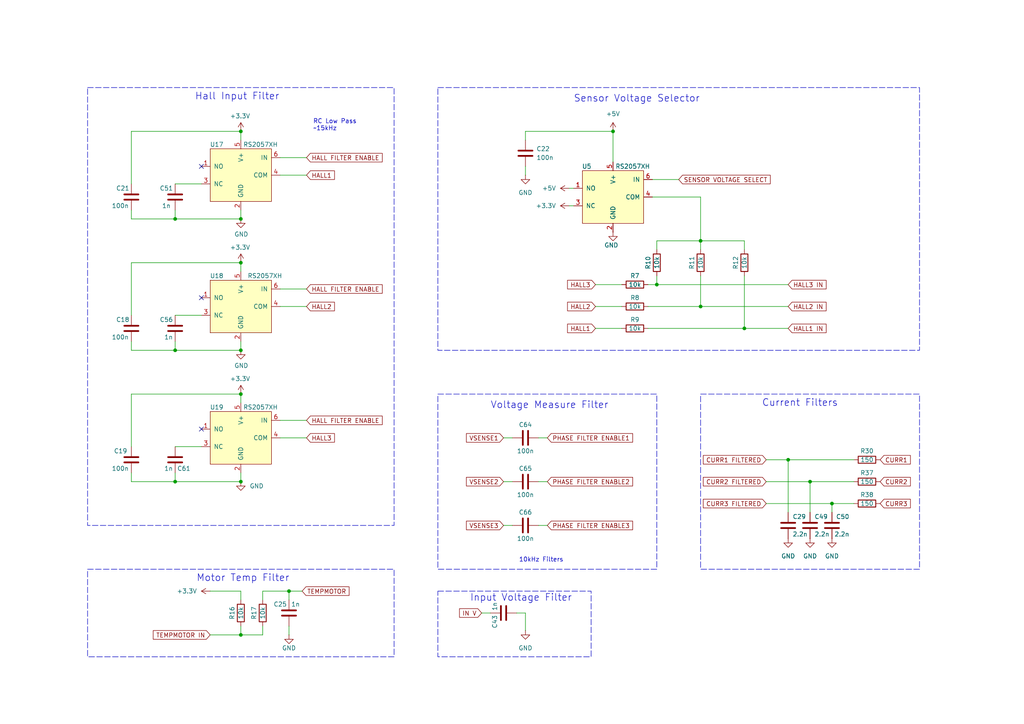
<source format=kicad_sch>
(kicad_sch (version 20231120) (generator "eeschema") (generator_version "8.0")
  (paper "A4")
  (lib_symbols
    (symbol "Device:C" (pin_numbers hide) (pin_names (offset 0.254))
      (property "Reference" "C" (at 0.635 2.54 0))
      (property "Value" "C" (at 0.635 -2.54 0))
      (symbol "C_0_1"
        (polyline (pts (xy -2.032 -0.762) (xy 2.032 -0.762)) (stroke (width 0.508)))
        (polyline (pts (xy -2.032 0.762) (xy 2.032 0.762)) (stroke (width 0.508)))
      )
      (symbol "C_1_1"
        (pin passive line (at 0 3.81 270) (length 2.794) (name "~") (number "1"))
        (pin passive line (at 0 -3.81 90) (length 2.794) (name "~") (number "2"))
      )
    )
    (symbol "Device:R" (pin_numbers hide) (pin_names (offset 0))
      (property "Reference" "R" (at 2.032 0 90))
      (property "Value" "R" (at 0 0 90))
      (symbol "R_0_1"
        (rectangle (start -1.016 -2.54) (end 1.016 2.54) (stroke (width 0.254)))
      )
      (symbol "R_1_1"
        (pin passive line (at 0 3.81 270) (length 1.27) (name "~") (number "1"))
        (pin passive line (at 0 -3.81 90) (length 1.27) (name "~") (number "2"))
      )
    )
    (symbol "GigaVescSymbols:RS2057XH" (pin_names (offset 1.016))
      (property "Reference" "U" (at -8.382 9.144 0))
      (property "Value" "RS2057XH" (at 6.096 8.89 0))
      (symbol "RS2057XH_1_0"
        (rectangle (start -8.89 7.62) (end 8.89 -7.62) (fill (type background)))
      )
      (symbol "RS2057XH_1_1"
        (pin input line (at -11.43 2.54 0) (length 2.54) (name "NO") (number "1"))
        (pin input line (at 0 -10.16 90) (length 2.54) (name "GND") (number "2"))
        (pin input line (at -11.43 -2.54 0) (length 2.54) (name "NC") (number "3"))
        (pin input line (at 11.43 0 180) (length 2.54) (name "COM") (number "4"))
        (pin input line (at 0 10.16 270) (length 2.54) (name "V+") (number "5"))
        (pin input line (at 11.43 5.08 180) (length 2.54) (name "IN") (number "6"))
      )
    )
    (symbol "power:+3.3V" (power) (pin_numbers hide) (pin_names (offset 0) hide)
      (property "Value" "+3.3V" (at 0 3.556 0))
      (symbol "+3.3V_0_1"
        (polyline (pts (xy -0.762 1.27) (xy 0 2.54)))
        (polyline (pts (xy 0 0) (xy 0 2.54)))
        (polyline (pts (xy 0 2.54) (xy 0.762 1.27)))
      )
      (symbol "+3.3V_1_1"
        (pin power_in line (at 0 0 90) (length 0) (name "~") (number "1"))
      )
    )
    (symbol "power:+5V" (power) (pin_numbers hide) (pin_names (offset 0) hide)
      (property "Value" "+5V" (at 0 3.556 0))
      (symbol "+5V_0_1"
        (polyline (pts (xy -0.762 1.27) (xy 0 2.54)))
        (polyline (pts (xy 0 0) (xy 0 2.54)))
        (polyline (pts (xy 0 2.54) (xy 0.762 1.27)))
      )
      (symbol "+5V_1_1"
        (pin power_in line (at 0 0 90) (length 0) (name "~") (number "1"))
      )
    )
    (symbol "power:GND" (power) (pin_numbers hide) (pin_names (offset 0) hide)
      (property "Value" "GND" (at 0 -3.81 0))
      (symbol "GND_0_1"
        (polyline (pts (xy 0 0) (xy 0 -1.27) (xy 1.27 -1.27) (xy 0 -2.54) (xy -1.27 -1.27) (xy 0 -1.27)))
      )
      (symbol "GND_1_1"
        (pin power_in line (at 0 0 270) (length 0) (name "~") (number "1"))
      )
    )
  )
  (junction (at 50.8 139.7))
  (junction (at 228.6 133.35))
  (junction (at 83.82 171.45))
  (junction (at 215.9 95.25))
  (junction (at 241.3 146.05))
  (junction (at 50.8 63.5))
  (junction (at 203.2 88.9))
  (junction (at 69.85 184.15))
  (junction (at 69.85 38.1))
  (junction (at 69.85 76.2))
  (junction (at 50.8 101.6))
  (junction (at 234.95 139.7))
  (junction (at 177.8 38.1))
  (junction (at 69.85 101.6))
  (junction (at 69.85 114.3))
  (junction (at 190.5 82.55))
  (junction (at 203.2 69.85))
  (junction (at 69.85 139.7))
  (junction (at 69.85 63.5))
  (no_connect (at 58.42 124.46))
  (no_connect (at 58.42 48.26))
  (no_connect (at 58.42 86.36))
  (wire (pts (xy 88.9 50.8) (xy 81.28 50.8)))
  (wire (pts (xy 69.85 76.2) (xy 69.85 78.74)))
  (wire (pts (xy 187.96 88.9) (xy 203.2 88.9)))
  (wire (pts (xy 76.2 171.45) (xy 76.2 173.99)))
  (wire (pts (xy 189.23 52.07) (xy 196.85 52.07)))
  (wire (pts (xy 190.5 82.55) (xy 228.6 82.55)))
  (wire (pts (xy 38.1 99.06) (xy 38.1 101.6)))
  (wire (pts (xy 69.85 184.15) (xy 76.2 184.15)))
  (wire (pts (xy 69.85 171.45) (xy 69.85 173.99)))
  (wire (pts (xy 152.4 48.26) (xy 152.4 50.8)))
  (wire (pts (xy 172.72 95.25) (xy 180.34 95.25)))
  (wire (pts (xy 203.2 88.9) (xy 228.6 88.9)))
  (wire (pts (xy 222.25 139.7) (xy 234.95 139.7)))
  (wire (pts (xy 203.2 69.85) (xy 215.9 69.85)))
  (wire (pts (xy 38.1 76.2) (xy 69.85 76.2)))
  (wire (pts (xy 81.28 121.92) (xy 88.9 121.92)))
  (wire (pts (xy 60.96 171.45) (xy 69.85 171.45)))
  (wire (pts (xy 187.96 82.55) (xy 190.5 82.55)))
  (wire (pts (xy 215.9 95.25) (xy 228.6 95.25)))
  (wire (pts (xy 50.8 101.6) (xy 69.85 101.6)))
  (wire (pts (xy 60.96 184.15) (xy 69.85 184.15)))
  (wire (pts (xy 69.85 63.5) (xy 69.85 60.96)))
  (wire (pts (xy 50.8 60.96) (xy 50.8 63.5)))
  (wire (pts (xy 190.5 80.01) (xy 190.5 82.55)))
  (wire (pts (xy 50.8 63.5) (xy 69.85 63.5)))
  (wire (pts (xy 88.9 45.72) (xy 81.28 45.72)))
  (wire (pts (xy 69.85 40.64) (xy 69.85 38.1)))
  (wire (pts (xy 187.96 95.25) (xy 215.9 95.25)))
  (wire (pts (xy 50.8 137.16) (xy 50.8 139.7)))
  (wire (pts (xy 222.25 146.05) (xy 241.3 146.05)))
  (wire (pts (xy 146.05 127) (xy 148.59 127)))
  (wire (pts (xy 81.28 88.9) (xy 88.9 88.9)))
  (wire (pts (xy 152.4 38.1) (xy 177.8 38.1)))
  (wire (pts (xy 158.75 139.7) (xy 156.21 139.7)))
  (wire (pts (xy 83.82 171.45) (xy 87.63 171.45)))
  (wire (pts (xy 38.1 129.54) (xy 38.1 114.3)))
  (wire (pts (xy 38.1 101.6) (xy 50.8 101.6)))
  (wire (pts (xy 38.1 139.7) (xy 50.8 139.7)))
  (wire (pts (xy 38.1 38.1) (xy 69.85 38.1)))
  (wire (pts (xy 241.3 146.05) (xy 247.65 146.05)))
  (wire (pts (xy 165.1 59.69) (xy 166.37 59.69)))
  (wire (pts (xy 50.8 129.54) (xy 58.42 129.54)))
  (wire (pts (xy 81.28 83.82) (xy 88.9 83.82)))
  (wire (pts (xy 76.2 171.45) (xy 83.82 171.45)))
  (wire (pts (xy 177.8 38.1) (xy 177.8 46.99)))
  (wire (pts (xy 81.28 127) (xy 88.9 127)))
  (wire (pts (xy 38.1 63.5) (xy 50.8 63.5)))
  (wire (pts (xy 69.85 181.61) (xy 69.85 184.15)))
  (wire (pts (xy 76.2 184.15) (xy 76.2 181.61)))
  (wire (pts (xy 189.23 57.15) (xy 203.2 57.15)))
  (wire (pts (xy 83.82 173.99) (xy 83.82 171.45)))
  (wire (pts (xy 190.5 69.85) (xy 203.2 69.85)))
  (wire (pts (xy 152.4 40.64) (xy 152.4 38.1)))
  (wire (pts (xy 38.1 91.44) (xy 38.1 76.2)))
  (wire (pts (xy 165.1 54.61) (xy 166.37 54.61)))
  (wire (pts (xy 215.9 80.01) (xy 215.9 95.25)))
  (wire (pts (xy 234.95 139.7) (xy 247.65 139.7)))
  (wire (pts (xy 203.2 57.15) (xy 203.2 69.85)))
  (wire (pts (xy 172.72 82.55) (xy 180.34 82.55)))
  (wire (pts (xy 146.05 139.7) (xy 148.59 139.7)))
  (wire (pts (xy 38.1 114.3) (xy 69.85 114.3)))
  (wire (pts (xy 241.3 148.59) (xy 241.3 146.05)))
  (wire (pts (xy 50.8 91.44) (xy 58.42 91.44)))
  (wire (pts (xy 152.4 177.8) (xy 149.86 177.8)))
  (wire (pts (xy 203.2 80.01) (xy 203.2 88.9)))
  (wire (pts (xy 50.8 139.7) (xy 69.85 139.7)))
  (wire (pts (xy 38.1 137.16) (xy 38.1 139.7)))
  (wire (pts (xy 152.4 182.88) (xy 152.4 177.8)))
  (wire (pts (xy 38.1 60.96) (xy 38.1 63.5)))
  (wire (pts (xy 69.85 114.3) (xy 69.85 116.84)))
  (wire (pts (xy 69.85 139.7) (xy 69.85 137.16)))
  (wire (pts (xy 50.8 53.34) (xy 58.42 53.34)))
  (wire (pts (xy 146.05 152.4) (xy 148.59 152.4)))
  (wire (pts (xy 158.75 152.4) (xy 156.21 152.4)))
  (wire (pts (xy 50.8 99.06) (xy 50.8 101.6)))
  (wire (pts (xy 234.95 148.59) (xy 234.95 139.7)))
  (wire (pts (xy 158.75 127) (xy 156.21 127)))
  (wire (pts (xy 69.85 99.06) (xy 69.85 101.6)))
  (wire (pts (xy 228.6 133.35) (xy 228.6 148.59)))
  (wire (pts (xy 247.65 133.35) (xy 228.6 133.35)))
  (wire (pts (xy 215.9 69.85) (xy 215.9 72.39)))
  (wire (pts (xy 190.5 69.85) (xy 190.5 72.39)))
  (wire (pts (xy 222.25 133.35) (xy 228.6 133.35)))
  (wire (pts (xy 172.72 88.9) (xy 180.34 88.9)))
  (wire (pts (xy 83.82 184.15) (xy 83.82 181.61)))
  (wire (pts (xy 139.7 177.8) (xy 142.24 177.8)))
  (wire (pts (xy 203.2 69.85) (xy 203.2 72.39)))
  (wire (pts (xy 38.1 53.34) (xy 38.1 38.1)))
  (rectangle (start 25.4 165.1) (end 114.3 190.5) (stroke (width 0) (type dash)))
  (rectangle (start 127 171.45) (end 171.45 190.5) (stroke (width 0) (type dash)))
  (rectangle (start 127 25.4) (end 266.7 101.6) (stroke (width 0) (type dash)))
  (rectangle (start 127 114.3) (end 190.5 165.1) (stroke (width 0) (type dash)))
  (rectangle (start 25.4 25.4) (end 114.3 152.4) (stroke (width 0) (type dash)))
  (rectangle (start 203.2 114.3) (end 266.7 165.1) (stroke (width 0) (type dash)))
  (text "Motor Temp Filter" (at 70.485 168.91 0) (effects (font (size 2 2)) (justify bottom)))
  (text "Sensor Voltage Selector" (at 166.37 29.845 0) (effects (font (size 2 2)) (justify left bottom)))
  (text "Voltage Measure Filter" (at 142.24 118.745 0) (effects (font (size 2 2)) (justify left bottom)))
  (text "10kHz Filters" (at 150.495 163.195 0) (effects (font (size 1.27 1.27)) (justify left bottom)))
  (text "Current Filters" (at 220.98 118.11 0) (effects (font (size 2 2)) (justify left bottom)))
  (text "Input Voltage Filter" (at 151.13 174.625 0) (effects (font (size 2 2)) (justify bottom)))
  (text "RC Low Pass\n~15kHz" (at 90.805 38.1 0) (effects (font (size 1.27 1.27)) (justify left bottom)))
  (text "Hall Input Filter" (at 56.515 29.21 0) (effects (font (size 2 2)) (justify left bottom)))
  (global_label "VSENSE1" (shape input) (at 146.05 127 180) (property "Intersheetrefs" "${INTERSHEET_REFS}" (effects (hide yes))))
  (global_label "HALL2 IN" (shape input) (at 228.6 88.9 0) (property "Intersheetrefs" "${INTERSHEET_REFS}" (effects (hide yes))))
  (global_label "PHASE FILTER ENABLE3" (shape input) (at 158.75 152.4 0) (property "Intersheetrefs" "${INTERSHEET_REFS}" (effects (hide yes))))
  (global_label "SENSOR VOLTAGE SELECT" (shape input) (at 196.85 52.07 0) (property "Intersheetrefs" "${INTERSHEET_REFS}" (effects (hide yes))))
  (global_label "IN V" (shape input) (at 139.7 177.8 180) (property "Intersheetrefs" "${INTERSHEET_REFS}" (effects (hide yes))))
  (global_label "TEMPMOTOR" (shape input) (at 87.63 171.45 0) (property "Intersheetrefs" "${INTERSHEET_REFS}" (effects (hide yes))))
  (global_label "HALL2" (shape input) (at 88.9 88.9 0) (property "Intersheetrefs" "${INTERSHEET_REFS}" (effects (hide yes))))
  (global_label "CURR2" (shape input) (at 255.27 139.7 0) (property "Intersheetrefs" "${INTERSHEET_REFS}" (effects (hide yes))))
  (global_label "HALL FILTER ENABLE" (shape input) (at 88.9 121.92 0) (property "Intersheetrefs" "${INTERSHEET_REFS}" (effects (hide yes))))
  (global_label "HALL3" (shape input) (at 88.9 127 0) (property "Intersheetrefs" "${INTERSHEET_REFS}" (effects (hide yes))))
  (global_label "TEMPMOTOR IN" (shape input) (at 60.96 184.15 180) (property "Intersheetrefs" "${INTERSHEET_REFS}" (effects (hide yes))))
  (global_label "HALL FILTER ENABLE" (shape input) (at 88.9 45.72 0) (property "Intersheetrefs" "${INTERSHEET_REFS}" (effects (hide yes))))
  (global_label "PHASE FILTER ENABLE2" (shape input) (at 158.75 139.7 0) (property "Intersheetrefs" "${INTERSHEET_REFS}" (effects (hide yes))))
  (global_label "HALL1" (shape input) (at 172.72 95.25 180) (property "Intersheetrefs" "${INTERSHEET_REFS}" (effects (hide yes))))
  (global_label "CURR1" (shape input) (at 255.27 133.35 0) (property "Intersheetrefs" "${INTERSHEET_REFS}" (effects (hide yes))))
  (global_label "HALL1" (shape input) (at 88.9 50.8 0) (property "Intersheetrefs" "${INTERSHEET_REFS}" (effects (hide yes))))
  (global_label "CURR1 FILTERED" (shape input) (at 222.25 133.35 180) (property "Intersheetrefs" "${INTERSHEET_REFS}" (effects (hide yes))))
  (global_label "PHASE FILTER ENABLE1" (shape input) (at 158.75 127 0) (property "Intersheetrefs" "${INTERSHEET_REFS}" (effects (hide yes))))
  (global_label "HALL2" (shape input) (at 172.72 88.9 180) (property "Intersheetrefs" "${INTERSHEET_REFS}" (effects (hide yes))))
  (global_label "HALL3" (shape input) (at 172.72 82.55 180) (property "Intersheetrefs" "${INTERSHEET_REFS}" (effects (hide yes))))
  (global_label "HALL3 IN" (shape input) (at 228.6 82.55 0) (property "Intersheetrefs" "${INTERSHEET_REFS}" (effects (hide yes))))
  (global_label "CURR3" (shape input) (at 255.27 146.05 0) (property "Intersheetrefs" "${INTERSHEET_REFS}" (effects (hide yes))))
  (global_label "CURR3 FILTERED" (shape input) (at 222.25 146.05 180) (property "Intersheetrefs" "${INTERSHEET_REFS}" (effects (hide yes))))
  (global_label "CURR2 FILTERED" (shape input) (at 222.25 139.7 180) (property "Intersheetrefs" "${INTERSHEET_REFS}" (effects (hide yes))))
  (global_label "HALL FILTER ENABLE" (shape input) (at 88.9 83.82 0) (property "Intersheetrefs" "${INTERSHEET_REFS}" (effects (hide yes))))
  (global_label "HALL1 IN" (shape input) (at 228.6 95.25 0) (property "Intersheetrefs" "${INTERSHEET_REFS}" (effects (hide yes))))
  (global_label "VSENSE3" (shape input) (at 146.05 152.4 180) (property "Intersheetrefs" "${INTERSHEET_REFS}" (effects (hide yes))))
  (global_label "VSENSE2" (shape input) (at 146.05 139.7 180) (property "Intersheetrefs" "${INTERSHEET_REFS}" (effects (hide yes))))
  (symbol (lib_id "power:+5V") (at 165.1 54.61 90) (unit 1)
    (property "Reference" "#PWR031" (effects (hide yes)))
    (property "Value" "+5V" (at 161.29 54.61 90) (effects (justify left)))
    (property "Description" "Power symbol creates a global label with name \"+5V\"" (effects (hide yes)))
  )
  (symbol (lib_id "power:+3.3V") (at 69.85 38.1 0) (unit 1)
    (property "Reference" "#PWR0149" (effects (hide yes)))
    (property "Value" "+3.3V" (at 66.675 33.655 0) (effects (justify left)))
    (property "Description" "Power symbol creates a global label with name \"+3.3V\"" (effects (hide yes)))
  )
  (symbol (lib_id "Device:C") (at 152.4 44.45 0) (unit 1)
    (property "Reference" "C22" (at 155.575 43.18 0) (effects (justify left)))
    (property "Value" "100n" (at 155.575 45.72 0) (effects (justify left)))
    (property "Footprint" "GigaVescLibs:C_0603_1608Metric_L" (effects (hide yes)))
    (property "MPN" "C14663" (effects (hide yes)))
  )
  (symbol (lib_id "Device:C") (at 38.1 57.15 0) (unit 1)
    (property "Reference" "C21" (at 33.655 54.61 0) (effects (justify left)))
    (property "Value" "100n" (at 32.385 59.69 0) (effects (justify left)))
    (property "Footprint" "GigaVescLibs:C_0603_1608Metric_L" (effects (hide yes)))
    (property "MPN" "C14663" (effects (hide yes)))
  )
  (symbol (lib_id "Device:R") (at 69.85 177.8 180) (unit 1)
    (property "Reference" "R16" (at 67.31 177.8 90))
    (property "Value" "10k" (at 69.85 177.8 90))
    (property "Footprint" "Resistor_SMD:R_0603_1608Metric" (effects (hide yes)))
    (property "MPN" "C25804" (effects (hide yes)))
  )
  (symbol (lib_id "Device:R") (at 184.15 88.9 90) (unit 1)
    (property "Reference" "R8" (at 184.15 86.36 90))
    (property "Value" "10k" (at 184.15 88.9 90))
    (property "Footprint" "Resistor_SMD:R_0603_1608Metric" (effects (hide yes)))
    (property "MPN" "C25804" (effects (hide yes)))
  )
  (symbol (lib_id "Device:C") (at 152.4 152.4 90) (unit 1)
    (property "Reference" "C66" (at 152.4 148.59 90))
    (property "Value" "100n" (at 152.4 156.21 90))
    (property "Footprint" "GigaVescLibs:C_0603_1608Metric_L" (effects (hide yes)))
    (property "MPN" "C14663" (effects (hide yes)))
  )
  (symbol (lib_id "Device:R") (at 76.2 177.8 180) (unit 1)
    (property "Reference" "R17" (at 73.66 177.8 90))
    (property "Value" "10k" (at 76.2 177.8 90))
    (property "Footprint" "Resistor_SMD:R_0603_1608Metric" (effects (hide yes)))
    (property "MPN" "C25804" (effects (hide yes)))
  )
  (symbol (lib_id "power:+3.3V") (at 60.96 171.45 90) (unit 1)
    (property "Reference" "#PWR046" (effects (hide yes)))
    (property "Value" "+3.3V" (at 57.15 171.4499 90) (effects (justify left)))
    (property "Description" "Power symbol creates a global label with name \"+3.3V\"" (effects (hide yes)))
  )
  (symbol (lib_id "power:+5V") (at 177.8 38.1 0) (unit 1)
    (property "Reference" "#PWR033" (effects (hide yes)))
    (property "Value" "+5V" (at 177.8 33.02 0))
    (property "Description" "Power symbol creates a global label with name \"+5V\"" (effects (hide yes)))
  )
  (symbol (lib_id "Device:C") (at 83.82 177.8 0) (unit 1)
    (property "Reference" "C25" (at 81.28 175.26 0))
    (property "Value" "1n" (at 85.725 175.26 0))
    (property "Footprint" "GigaVescLibs:C_0603_1608Metric_L" (effects (hide yes)))
    (property "MPN" "C1588" (effects (hide yes)))
  )
  (symbol (lib_id "power:GND") (at 69.85 139.7 0) (unit 1)
    (property "Reference" "#PWR0155" (effects (hide yes)))
    (property "Value" "GND" (at 72.39 140.9699 0) (effects (justify left)))
    (property "Description" "Power symbol creates a global label with name \"GND\" , ground" (effects (hide yes)))
  )
  (symbol (lib_id "Device:C") (at 50.8 133.35 180) (unit 1)
    (property "Reference" "C61" (at 53.34 135.89 0))
    (property "Value" "1n" (at 48.895 135.89 0))
    (property "Footprint" "GigaVescLibs:C_0603_1608Metric_L" (effects (hide yes)))
    (property "MPN" "C1588" (effects (hide yes)))
  )
  (symbol (lib_id "power:GND") (at 234.95 156.21 0) (unit 1)
    (property "Reference" "#PWR020" (effects (hide yes)))
    (property "Value" "GND" (at 234.95 161.29 0))
    (property "Description" "Power symbol creates a global label with name \"GND\" , ground" (effects (hide yes)))
  )
  (symbol (lib_id "power:GND") (at 83.82 184.15 0) (unit 1)
    (property "Reference" "#PWR049" (effects (hide yes)))
    (property "Value" "GND" (at 83.82 187.96 0))
    (property "Description" "Power symbol creates a global label with name \"GND\" , ground" (effects (hide yes)))
  )
  (symbol (lib_id "power:GND") (at 152.4 50.8 0) (unit 1)
    (property "Reference" "#PWR034" (effects (hide yes)))
    (property "Value" "GND" (at 152.4 55.88 0))
    (property "Description" "Power symbol creates a global label with name \"GND\" , ground" (effects (hide yes)))
  )
  (symbol (lib_id "Device:R") (at 251.46 146.05 90) (unit 1)
    (property "Reference" "R38" (at 251.46 143.51 90))
    (property "Value" "150" (at 251.46 146.05 90))
    (property "Footprint" "Resistor_SMD:R_0603_1608Metric" (effects (hide yes)))
    (property "MPN" "C22808" (effects (hide yes)))
  )
  (symbol (lib_id "power:GND") (at 152.4 182.88 0) (unit 1)
    (property "Reference" "#PWR07" (effects (hide yes)))
    (property "Value" "GND" (at 152.4 187.96 0))
    (property "Description" "Power symbol creates a global label with name \"GND\" , ground" (effects (hide yes)))
  )
  (symbol (lib_id "GigaVescSymbols:RS2057XH") (at 69.85 88.9 0) (unit 1)
    (property "Reference" "U18" (at 62.865 80.01 0))
    (property "Value" "RS2057XH" (at 76.835 80.01 0))
    (property "Footprint" "Package_TO_SOT_SMD:SOT-23-6" (effects (hide yes)))
    (property "Datasheet" "DOCUMENTATION" (effects (hide yes)))
    (property "MPN" "C255474" (effects (hide yes)))
    (property "JLCRotOffset" "0" (effects (hide yes)))
  )
  (symbol (lib_id "Device:C") (at 152.4 127 90) (unit 1)
    (property "Reference" "C64" (at 152.4 123.19 90))
    (property "Value" "100n" (at 152.4 130.81 90))
    (property "Footprint" "GigaVescLibs:C_0603_1608Metric_L" (effects (hide yes)))
    (property "MPN" "C14663" (effects (hide yes)))
  )
  (symbol (lib_id "GigaVescSymbols:RS2057XH") (at 69.85 50.8 0) (unit 1)
    (property "Reference" "U17" (at 62.865 41.91 0))
    (property "Value" "RS2057XH" (at 75.565 41.91 0))
    (property "Footprint" "Package_TO_SOT_SMD:SOT-23-6" (effects (hide yes)))
    (property "Datasheet" "DOCUMENTATION" (effects (hide yes)))
    (property "MPN" "C255474" (effects (hide yes)))
    (property "JLCRotOffset" "0" (effects (hide yes)))
  )
  (symbol (lib_id "power:+3.3V") (at 69.85 76.2 0) (unit 1)
    (property "Reference" "#PWR0153" (effects (hide yes)))
    (property "Value" "+3.3V" (at 66.675 71.755 0) (effects (justify left)))
    (property "Description" "Power symbol creates a global label with name \"+3.3V\"" (effects (hide yes)))
  )
  (symbol (lib_id "Device:C") (at 38.1 95.25 0) (unit 1)
    (property "Reference" "C18" (at 33.655 92.71 0) (effects (justify left)))
    (property "Value" "100n" (at 32.385 97.79 0) (effects (justify left)))
    (property "Footprint" "GigaVescLibs:C_0603_1608Metric_L" (effects (hide yes)))
    (property "MPN" "C14663" (effects (hide yes)))
  )
  (symbol (lib_id "Device:R") (at 184.15 95.25 90) (unit 1)
    (property "Reference" "R9" (at 184.15 92.71 90))
    (property "Value" "10k" (at 184.15 95.25 90))
    (property "Footprint" "Resistor_SMD:R_0603_1608Metric" (effects (hide yes)))
    (property "MPN" "C25804" (effects (hide yes)))
  )
  (symbol (lib_id "Device:C") (at 50.8 57.15 180) (unit 1)
    (property "Reference" "C51" (at 48.26 54.61 0))
    (property "Value" "1n" (at 48.26 59.69 0))
    (property "Footprint" "GigaVescLibs:C_0603_1608Metric_L" (effects (hide yes)))
    (property "MPN" "C1588" (effects (hide yes)))
  )
  (symbol (lib_id "Device:R") (at 190.5 76.2 180) (unit 1)
    (property "Reference" "R10" (at 187.96 76.2 90))
    (property "Value" "10k" (at 190.5 76.2 90))
    (property "Footprint" "Resistor_SMD:R_0603_1608Metric" (effects (hide yes)))
    (property "MPN" "C25804" (effects (hide yes)))
  )
  (symbol (lib_id "Device:C") (at 228.6 152.4 0) (unit 1)
    (property "Reference" "C29" (at 229.87 149.86 0) (effects (justify left)))
    (property "Value" "2.2n" (at 229.87 154.94 0) (effects (justify left)))
    (property "Footprint" "GigaVescLibs:C_0603_1608Metric_L" (effects (hide yes)))
    (property "MPN" "C1604" (effects (hide yes)))
  )
  (symbol (lib_id "power:GND") (at 69.85 63.5 0) (unit 1)
    (property "Reference" "#PWR0121" (effects (hide yes)))
    (property "Value" "GND" (at 67.945 67.945 0) (effects (justify left)))
    (property "Description" "Power symbol creates a global label with name \"GND\" , ground" (effects (hide yes)))
  )
  (symbol (lib_id "power:GND") (at 241.3 156.21 0) (unit 1)
    (property "Reference" "#PWR021" (effects (hide yes)))
    (property "Value" "GND" (at 241.3 161.29 0))
    (property "Description" "Power symbol creates a global label with name \"GND\" , ground" (effects (hide yes)))
  )
  (symbol (lib_id "Device:R") (at 251.46 133.35 90) (unit 1)
    (property "Reference" "R30" (at 251.46 130.81 90))
    (property "Value" "150" (at 251.46 133.35 90))
    (property "Footprint" "Resistor_SMD:R_0603_1608Metric" (effects (hide yes)))
    (property "MPN" "C22808" (effects (hide yes)))
  )
  (symbol (lib_id "Device:C") (at 241.3 152.4 180) (unit 1)
    (property "Reference" "C50" (at 246.38 149.86 0) (effects (justify left)))
    (property "Value" "2.2n" (at 246.38 154.94 0) (effects (justify left)))
    (property "Footprint" "GigaVescLibs:C_0603_1608Metric_L" (effects (hide yes)))
    (property "MPN" "C1604" (effects (hide yes)))
  )
  (symbol (lib_id "GigaVescSymbols:RS2057XH") (at 69.85 127 0) (unit 1)
    (property "Reference" "U19" (at 62.865 118.11 0))
    (property "Value" "RS2057XH" (at 75.565 118.11 0))
    (property "Footprint" "Package_TO_SOT_SMD:SOT-23-6" (effects (hide yes)))
    (property "Datasheet" "DOCUMENTATION" (effects (hide yes)))
    (property "MPN" "C255474" (effects (hide yes)))
    (property "JLCRotOffset" "0" (effects (hide yes)))
  )
  (symbol (lib_id "power:GND") (at 177.8 67.31 0) (unit 1)
    (property "Reference" "#PWR032" (effects (hide yes)))
    (property "Value" "GND" (at 175.26 71.12 0) (effects (justify left)))
    (property "Description" "Power symbol creates a global label with name \"GND\" , ground" (effects (hide yes)))
  )
  (symbol (lib_id "Device:R") (at 215.9 76.2 180) (unit 1)
    (property "Reference" "R12" (at 213.36 76.2 90))
    (property "Value" "10k" (at 215.9 76.2 90))
    (property "Footprint" "Resistor_SMD:R_0603_1608Metric" (effects (hide yes)))
    (property "MPN" "C25804" (effects (hide yes)))
  )
  (symbol (lib_id "Device:C") (at 146.05 177.8 90) (unit 1)
    (property "Reference" "C43" (at 143.51 180.34 0))
    (property "Value" "1n" (at 143.51 175.895 0))
    (property "Footprint" "GigaVescLibs:C_0603_1608Metric_L" (effects (hide yes)))
    (property "MPN" "C1588" (effects (hide yes)))
  )
  (symbol (lib_id "GigaVescSymbols:RS2057XH") (at 177.8 57.15 0) (unit 1)
    (property "Reference" "U5" (at 170.18 48.26 0))
    (property "Value" "RS2057XH" (at 183.515 48.26 0))
    (property "Footprint" "Package_TO_SOT_SMD:SOT-23-6" (effects (hide yes)))
    (property "Datasheet" "DOCUMENTATION" (effects (hide yes)))
    (property "MPN" "C255474" (effects (hide yes)))
    (property "JLCRotOffset" "0" (effects (hide yes)))
  )
  (symbol (lib_id "power:+3.3V") (at 165.1 59.69 90) (unit 1)
    (property "Reference" "#PWR030" (effects (hide yes)))
    (property "Value" "+3.3V" (at 161.29 59.69 90) (effects (justify left)))
    (property "Description" "Power symbol creates a global label with name \"+3.3V\"" (effects (hide yes)))
  )
  (symbol (lib_id "Device:R") (at 184.15 82.55 90) (unit 1)
    (property "Reference" "R7" (at 184.15 80.01 90))
    (property "Value" "10k" (at 184.15 82.55 90))
    (property "Footprint" "Resistor_SMD:R_0603_1608Metric" (effects (hide yes)))
    (property "MPN" "C25804" (effects (hide yes)))
  )
  (symbol (lib_id "Device:C") (at 38.1 133.35 0) (unit 1)
    (property "Reference" "C19" (at 33.02 130.81 0) (effects (justify left)))
    (property "Value" "100n" (at 32.385 135.89 0) (effects (justify left)))
    (property "Footprint" "GigaVescLibs:C_0603_1608Metric_L" (effects (hide yes)))
    (property "MPN" "C14663" (effects (hide yes)))
  )
  (symbol (lib_id "Device:C") (at 152.4 139.7 90) (unit 1)
    (property "Reference" "C65" (at 152.4 135.89 90))
    (property "Value" "100n" (at 152.4 143.51 90))
    (property "Footprint" "GigaVescLibs:C_0603_1608Metric_L" (effects (hide yes)))
    (property "MPN" "C14663" (effects (hide yes)))
  )
  (symbol (lib_id "Device:R") (at 203.2 76.2 180) (unit 1)
    (property "Reference" "R11" (at 200.66 76.2 90))
    (property "Value" "10k" (at 203.2 76.2 90))
    (property "Footprint" "Resistor_SMD:R_0603_1608Metric" (effects (hide yes)))
    (property "MPN" "C25804" (effects (hide yes)))
  )
  (symbol (lib_id "power:+3.3V") (at 69.85 114.3 0) (unit 1)
    (property "Reference" "#PWR016" (effects (hide yes)))
    (property "Value" "+3.3V" (at 66.675 109.855 0) (effects (justify left)))
    (property "Description" "Power symbol creates a global label with name \"+3.3V\"" (effects (hide yes)))
  )
  (symbol (lib_id "Device:R") (at 251.46 139.7 90) (unit 1)
    (property "Reference" "R37" (at 251.46 137.16 90))
    (property "Value" "150" (at 251.46 139.7 90))
    (property "Footprint" "Resistor_SMD:R_0603_1608Metric" (effects (hide yes)))
    (property "MPN" "C22808" (effects (hide yes)))
  )
  (symbol (lib_id "power:GND") (at 228.6 156.21 0) (unit 1)
    (property "Reference" "#PWR019" (effects (hide yes)))
    (property "Value" "GND" (at 228.6 161.29 0))
    (property "Description" "Power symbol creates a global label with name \"GND\" , ground" (effects (hide yes)))
  )
  (symbol (lib_id "Device:C") (at 234.95 152.4 0) (unit 1)
    (property "Reference" "C49" (at 236.22 149.86 0) (effects (justify left)))
    (property "Value" "2.2n" (at 236.22 154.94 0) (effects (justify left)))
    (property "Footprint" "GigaVescLibs:C_0603_1608Metric_L" (effects (hide yes)))
    (property "MPN" "C1604" (effects (hide yes)))
  )
  (symbol (lib_id "power:GND") (at 69.85 101.6 0) (unit 1)
    (property "Reference" "#PWR0152" (effects (hide yes)))
    (property "Value" "GND" (at 67.945 106.045 0) (effects (justify left)))
    (property "Description" "Power symbol creates a global label with name \"GND\" , ground" (effects (hide yes)))
  )
  (symbol (lib_id "Device:C") (at 50.8 95.25 180) (unit 1)
    (property "Reference" "C56" (at 48.26 92.71 0))
    (property "Value" "1n" (at 48.895 97.79 0))
    (property "Footprint" "GigaVescLibs:C_0603_1608Metric_L" (effects (hide yes)))
    (property "MPN" "C1588" (effects (hide yes)))
  )
)
</source>
